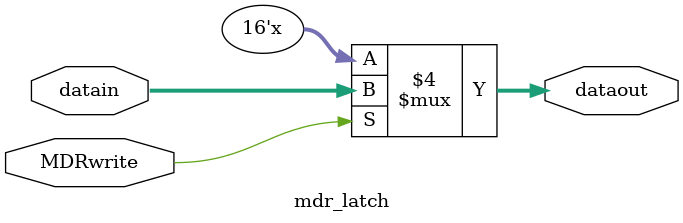
<source format=v>




module Data_memory(
    input MemRead,  //enable for Memory read
    input MemWrite, //enable for Memory write
    //input clk,
    input [15:0] Address,  //Address to be read/written into
    input [15:0] Write_Data,  //data to be written
    output reg [15:0] MDR  
    );
    reg [7:0] storage [0:65535];  //64kB of data memory storage
    
    initial begin
        $readmemh("/home/v/Documents/FPGA/OurProcessorRISCKY/dummy.dat",storage);  //Inititaling Data memory with dummy.dat file  
    end
    
    always @(MemWrite,Address,Write_Data) begin
        if(MemWrite==1'b1)
           {storage[Address+1],storage[Address]} = Write_Data;  //writing data from appropriate address of storage
    

    end
    
    always@(MemRead,Address)
    begin
        if ( MemRead == 1'b1)
          MDR = {storage[Address+1],storage[Address]};  //reading data from appropriate address of storage
    

    end
    
endmodule

module mdr_latch(input [15:0] datain,output reg [15:0] dataout,input MDRwrite);  //MDR latch(latch was designed for the same reason as for PC), MDRwrite is enabling write into MDR
always @(MDRwrite,datain) begin
    if(MDRwrite == 1'b1) dataout = datain;
end
endmodule


</source>
